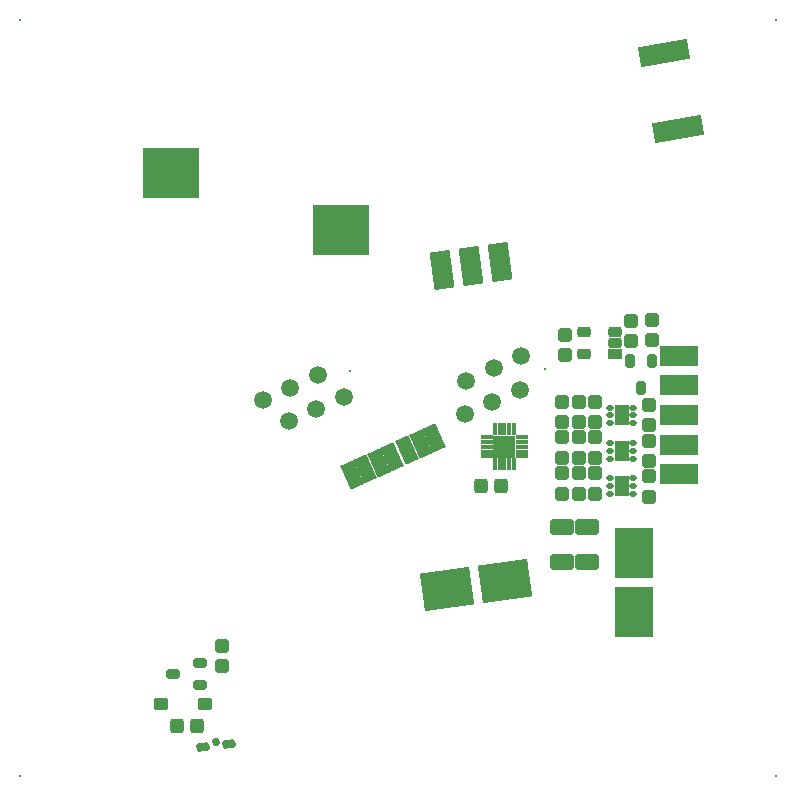
<source format=gts>
G04*
G04 #@! TF.GenerationSoftware,Altium Limited,Altium Designer,18.1.7 (191)*
G04*
G04 Layer_Color=8388736*
%FSLAX43Y43*%
%MOMM*%
G71*
G01*
G75*
G04:AMPARAMS|DCode=60|XSize=0.804mm|YSize=1.204mm|CornerRadius=0.177mm|HoleSize=0mm|Usage=FLASHONLY|Rotation=90.000|XOffset=0mm|YOffset=0mm|HoleType=Round|Shape=RoundedRectangle|*
%AMROUNDEDRECTD60*
21,1,0.804,0.850,0,0,90.0*
21,1,0.450,1.204,0,0,90.0*
1,1,0.354,0.425,0.225*
1,1,0.354,0.425,-0.225*
1,1,0.354,-0.425,-0.225*
1,1,0.354,-0.425,0.225*
%
%ADD60ROUNDEDRECTD60*%
G04:AMPARAMS|DCode=61|XSize=0.804mm|YSize=1.204mm|CornerRadius=0.177mm|HoleSize=0mm|Usage=FLASHONLY|Rotation=180.000|XOffset=0mm|YOffset=0mm|HoleType=Round|Shape=RoundedRectangle|*
%AMROUNDEDRECTD61*
21,1,0.804,0.850,0,0,180.0*
21,1,0.450,1.204,0,0,180.0*
1,1,0.354,-0.225,0.425*
1,1,0.354,0.225,0.425*
1,1,0.354,0.225,-0.425*
1,1,0.354,-0.225,-0.425*
%
%ADD61ROUNDEDRECTD61*%
G04:AMPARAMS|DCode=62|XSize=0.604mm|YSize=0.704mm|CornerRadius=0.152mm|HoleSize=0mm|Usage=FLASHONLY|Rotation=187.870|XOffset=0mm|YOffset=0mm|HoleType=Round|Shape=RoundedRectangle|*
%AMROUNDEDRECTD62*
21,1,0.604,0.400,0,0,187.9*
21,1,0.300,0.704,0,0,187.9*
1,1,0.304,-0.176,0.178*
1,1,0.304,0.121,0.219*
1,1,0.304,0.176,-0.178*
1,1,0.304,-0.121,-0.219*
%
%ADD62ROUNDEDRECTD62*%
G04:AMPARAMS|DCode=63|XSize=1.104mm|YSize=0.704mm|CornerRadius=0.165mm|HoleSize=0mm|Usage=FLASHONLY|Rotation=187.870|XOffset=0mm|YOffset=0mm|HoleType=Round|Shape=RoundedRectangle|*
%AMROUNDEDRECTD63*
21,1,1.104,0.375,0,0,187.9*
21,1,0.775,0.704,0,0,187.9*
1,1,0.329,-0.410,0.133*
1,1,0.329,0.358,0.239*
1,1,0.329,0.410,-0.133*
1,1,0.329,-0.358,-0.239*
%
%ADD63ROUNDEDRECTD63*%
%ADD64R,3.204X1.704*%
G04:AMPARAMS|DCode=65|XSize=2.004mm|YSize=1.354mm|CornerRadius=0.246mm|HoleSize=0mm|Usage=FLASHONLY|Rotation=360.000|XOffset=0mm|YOffset=0mm|HoleType=Round|Shape=RoundedRectangle|*
%AMROUNDEDRECTD65*
21,1,2.004,0.863,0,0,360.0*
21,1,1.513,1.354,0,0,360.0*
1,1,0.492,0.756,-0.431*
1,1,0.492,-0.756,-0.431*
1,1,0.492,-0.756,0.431*
1,1,0.492,0.756,0.431*
%
%ADD65ROUNDEDRECTD65*%
%ADD66R,1.204X0.864*%
G04:AMPARAMS|DCode=67|XSize=1.204mm|YSize=0.864mm|CornerRadius=0.267mm|HoleSize=0mm|Usage=FLASHONLY|Rotation=180.000|XOffset=0mm|YOffset=0mm|HoleType=Round|Shape=RoundedRectangle|*
%AMROUNDEDRECTD67*
21,1,1.204,0.330,0,0,180.0*
21,1,0.670,0.864,0,0,180.0*
1,1,0.534,-0.335,0.165*
1,1,0.534,0.335,0.165*
1,1,0.534,0.335,-0.165*
1,1,0.534,-0.335,-0.165*
%
%ADD67ROUNDEDRECTD67*%
G04:AMPARAMS|DCode=68|XSize=3.204mm|YSize=4.204mm|CornerRadius=0mm|HoleSize=0mm|Usage=FLASHONLY|Rotation=277.870|XOffset=0mm|YOffset=0mm|HoleType=Round|Shape=Rectangle|*
%AMROTATEDRECTD68*
4,1,4,-2.302,1.299,1.863,1.875,2.302,-1.299,-1.863,-1.875,-2.302,1.299,0.0*
%
%ADD68ROTATEDRECTD68*%

%ADD69R,3.204X4.204*%
%ADD70R,1.204X1.804*%
G04:AMPARAMS|DCode=71|XSize=0.504mm|YSize=0.654mm|CornerRadius=0.177mm|HoleSize=0mm|Usage=FLASHONLY|Rotation=90.000|XOffset=0mm|YOffset=0mm|HoleType=Round|Shape=RoundedRectangle|*
%AMROUNDEDRECTD71*
21,1,0.504,0.300,0,0,90.0*
21,1,0.150,0.654,0,0,90.0*
1,1,0.354,0.150,0.075*
1,1,0.354,0.150,-0.075*
1,1,0.354,-0.150,-0.075*
1,1,0.354,-0.150,0.075*
%
%ADD71ROUNDEDRECTD71*%
%ADD72R,0.404X1.104*%
%ADD73R,1.104X0.404*%
%ADD74R,1.904X1.904*%
G04:AMPARAMS|DCode=75|XSize=1.004mm|YSize=1.204mm|CornerRadius=0.202mm|HoleSize=0mm|Usage=FLASHONLY|Rotation=90.000|XOffset=0mm|YOffset=0mm|HoleType=Round|Shape=RoundedRectangle|*
%AMROUNDEDRECTD75*
21,1,1.004,0.800,0,0,90.0*
21,1,0.600,1.204,0,0,90.0*
1,1,0.404,0.400,0.300*
1,1,0.404,0.400,-0.300*
1,1,0.404,-0.400,-0.300*
1,1,0.404,-0.400,0.300*
%
%ADD75ROUNDEDRECTD75*%
G04:AMPARAMS|DCode=76|XSize=1.204mm|YSize=1.104mm|CornerRadius=0.215mm|HoleSize=0mm|Usage=FLASHONLY|Rotation=360.000|XOffset=0mm|YOffset=0mm|HoleType=Round|Shape=RoundedRectangle|*
%AMROUNDEDRECTD76*
21,1,1.204,0.675,0,0,360.0*
21,1,0.775,1.104,0,0,360.0*
1,1,0.429,0.388,-0.338*
1,1,0.429,-0.388,-0.338*
1,1,0.429,-0.388,0.338*
1,1,0.429,0.388,0.338*
%
%ADD76ROUNDEDRECTD76*%
G04:AMPARAMS|DCode=77|XSize=1.204mm|YSize=2.204mm|CornerRadius=0mm|HoleSize=0mm|Usage=FLASHONLY|Rotation=204.000|XOffset=0mm|YOffset=0mm|HoleType=Round|Shape=Rectangle|*
%AMROTATEDRECTD77*
4,1,4,0.102,1.252,0.998,-0.762,-0.102,-1.252,-0.998,0.762,0.102,1.252,0.0*
%
%ADD77ROTATEDRECTD77*%

G04:AMPARAMS|DCode=78|XSize=1.204mm|YSize=1.104mm|CornerRadius=0.215mm|HoleSize=0mm|Usage=FLASHONLY|Rotation=90.000|XOffset=0mm|YOffset=0mm|HoleType=Round|Shape=RoundedRectangle|*
%AMROUNDEDRECTD78*
21,1,1.204,0.675,0,0,90.0*
21,1,0.775,1.104,0,0,90.0*
1,1,0.429,0.338,0.388*
1,1,0.429,0.338,-0.388*
1,1,0.429,-0.338,-0.388*
1,1,0.429,-0.338,0.388*
%
%ADD78ROUNDEDRECTD78*%
G04:AMPARAMS|DCode=79|XSize=1.7mm|YSize=3.2mm|CornerRadius=0mm|HoleSize=0mm|Usage=FLASHONLY|Rotation=7.870|XOffset=0mm|YOffset=0mm|HoleType=Round|Shape=Rectangle|*
%AMROTATEDRECTD79*
4,1,4,-0.623,-1.701,-1.061,1.469,0.623,1.701,1.061,-1.469,-0.623,-1.701,0.0*
%
%ADD79ROTATEDRECTD79*%

%ADD80R,4.800X4.200*%
G04:AMPARAMS|DCode=81|XSize=4.2mm|YSize=1.7mm|CornerRadius=0mm|HoleSize=0mm|Usage=FLASHONLY|Rotation=190.000|XOffset=0mm|YOffset=0mm|HoleType=Round|Shape=Rectangle|*
%AMROTATEDRECTD81*
4,1,4,1.921,1.202,2.216,-0.472,-1.921,-1.202,-2.216,0.472,1.921,1.202,0.0*
%
%ADD81ROTATEDRECTD81*%

%ADD82C,0.203*%
%ADD83C,0.204*%
%ADD84C,1.504*%
%ADD85C,0.200*%
%ADD86C,1.500*%
D60*
X15950Y11625D02*
D03*
X18250Y12575D02*
D03*
Y10675D02*
D03*
D61*
X55575Y35855D02*
D03*
X54625Y38155D02*
D03*
X56525D02*
D03*
D62*
X19559Y5848D02*
D03*
D63*
X20690Y5701D02*
D03*
X18510Y5400D02*
D03*
D64*
X58800Y28550D02*
D03*
Y31050D02*
D03*
Y33550D02*
D03*
X58800Y38550D02*
D03*
X58800Y36050D02*
D03*
D65*
X48900Y24100D02*
D03*
Y21100D02*
D03*
X50975Y24100D02*
D03*
Y21100D02*
D03*
D66*
X53400Y38700D02*
D03*
D67*
Y39650D02*
D03*
Y40600D02*
D03*
X50770Y38700D02*
D03*
Y40600D02*
D03*
D68*
X39127Y18848D02*
D03*
X44080Y19533D02*
D03*
D69*
X55000Y16900D02*
D03*
Y21900D02*
D03*
D70*
X53950Y33525D02*
D03*
Y30500D02*
D03*
X53950Y27525D02*
D03*
D71*
X54925Y32875D02*
D03*
Y33525D02*
D03*
Y34175D02*
D03*
X52975Y32875D02*
D03*
Y33525D02*
D03*
Y34175D02*
D03*
X54925Y29850D02*
D03*
Y30500D02*
D03*
Y31150D02*
D03*
X52975Y29850D02*
D03*
Y30500D02*
D03*
Y31150D02*
D03*
X54925Y26875D02*
D03*
Y27525D02*
D03*
Y28175D02*
D03*
X52975Y26875D02*
D03*
Y27525D02*
D03*
Y28175D02*
D03*
D72*
X43200Y29375D02*
D03*
X43600D02*
D03*
X44000D02*
D03*
X44400D02*
D03*
X44800D02*
D03*
Y32325D02*
D03*
X44400D02*
D03*
X44000D02*
D03*
X43600D02*
D03*
X43200D02*
D03*
D73*
X45475Y30050D02*
D03*
Y30450D02*
D03*
Y30850D02*
D03*
Y31250D02*
D03*
Y31650D02*
D03*
X42525D02*
D03*
Y31250D02*
D03*
Y30850D02*
D03*
Y30450D02*
D03*
Y30050D02*
D03*
D74*
X44000Y30850D02*
D03*
D75*
X14950Y9050D02*
D03*
X18650D02*
D03*
D76*
X20069Y12312D02*
D03*
Y14012D02*
D03*
X50275Y32950D02*
D03*
Y34650D02*
D03*
X56475Y41575D02*
D03*
Y39875D02*
D03*
X51675Y34650D02*
D03*
Y32950D02*
D03*
X50275Y29950D02*
D03*
Y31650D02*
D03*
Y26900D02*
D03*
Y28600D02*
D03*
X51675Y31650D02*
D03*
Y29950D02*
D03*
Y28600D02*
D03*
Y26900D02*
D03*
X49150Y40325D02*
D03*
Y38625D02*
D03*
X54700Y41550D02*
D03*
Y39850D02*
D03*
X48875Y34650D02*
D03*
Y32950D02*
D03*
X56250Y32675D02*
D03*
Y34375D02*
D03*
X48875Y31650D02*
D03*
Y29950D02*
D03*
Y28600D02*
D03*
Y26900D02*
D03*
X56250Y29650D02*
D03*
Y31350D02*
D03*
Y26650D02*
D03*
Y28350D02*
D03*
D77*
X31083Y28467D02*
D03*
X34509Y29992D02*
D03*
X32225Y28975D02*
D03*
X33367Y29483D02*
D03*
X36925Y31075D02*
D03*
X38067Y31583D02*
D03*
X35783Y30567D02*
D03*
D78*
X16238Y7250D02*
D03*
X17938D02*
D03*
X42050Y27500D02*
D03*
X43750D02*
D03*
D79*
X43659Y46483D02*
D03*
X41183Y46141D02*
D03*
X38706Y45799D02*
D03*
D80*
X30152Y49200D02*
D03*
X15800Y54050D02*
D03*
D81*
X57538Y64201D02*
D03*
X58667Y57800D02*
D03*
D82*
X3000Y67000D02*
D03*
X67000D02*
D03*
Y3000D02*
D03*
X3000D02*
D03*
D83*
X47438Y37462D02*
D03*
D84*
X40659Y33634D02*
D03*
X40786Y36471D02*
D03*
X42980Y34667D02*
D03*
X43107Y37504D02*
D03*
X45300Y35700D02*
D03*
X45427Y38537D02*
D03*
D85*
X30936Y37318D02*
D03*
D86*
X23555Y34842D02*
D03*
X25748Y33038D02*
D03*
X25875Y35875D02*
D03*
X28068Y34071D02*
D03*
X28195Y36908D02*
D03*
X30389Y35104D02*
D03*
M02*

</source>
